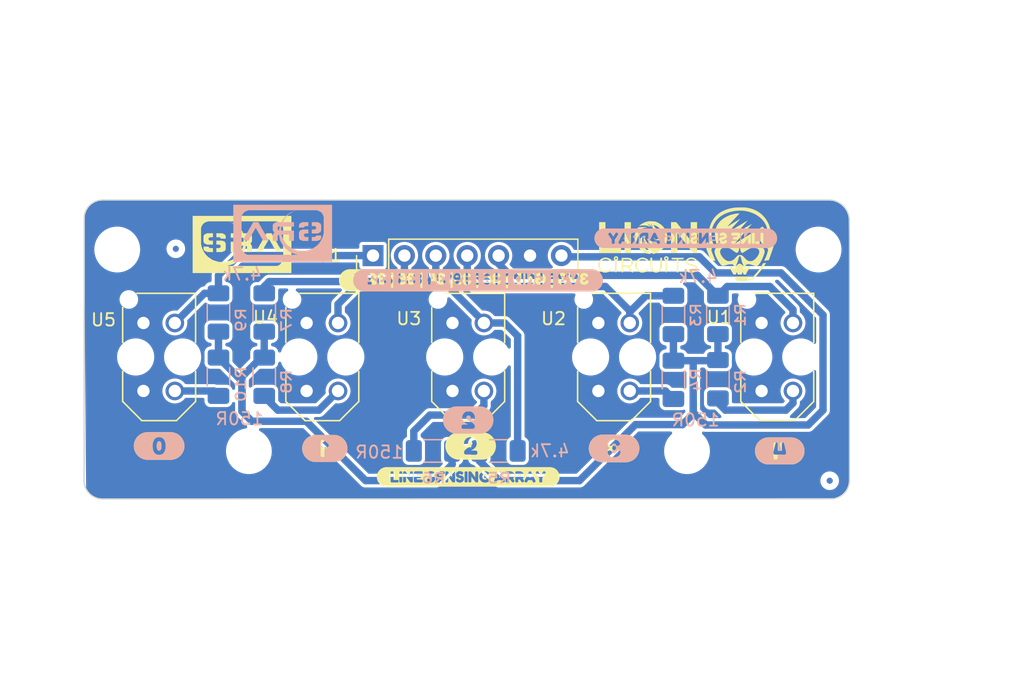
<source format=kicad_pcb>
(kicad_pcb (version 20240108) (generator "pcbnew") (generator_version "8.0")
  (layers (0 "F.Cu" signal) (31 "B.Cu" signal) (34 "B.Paste" user) (35 "F.Paste" user) (36 "B.SilkS" user "B.Silkscreen") (37 "F.SilkS" user "F.Silkscreen") (38 "B.Mask" user) (39 "F.Mask" user) (44 "Edge.Cuts" user))
  (net 0 "")
  (net 1 "/A4_32")
  (net 2 "+3V3")
  (net 3 "Net-(R2-Pad1)")
  (net 4 "Net-(R4-Pad1)")
  (net 5 "Net-(R6-Pad1)")
  (net 6 "Net-(R8-Pad1)")
  (net 7 "Net-(R10-Pad1)")
  (net 8 "/A3_35")
  (net 9 "/A2_34")
  (net 10 "/A1_39")
  (net 11 "/A0_36")
  (net 12 "GND")
  (footprint "MountingHole:MountingHole_3.2mm_M3" (layer "F.Cu") (at 98.46 88.22)
    (property "Reference" "REF**" (hide yes))
    (property "Value" "MountingHole_3.2mm_M3")
    (pad "" np_thru_hole circle (at 0 0) (size 3.2 3.2) (drill 3.2) (layers "*.Cu" "*.Mask"))
  )
  (footprint "kibuzzard-63708D75" (layer "F.Cu") (at 104.6 88)
    (property "Reference" "kibuzzard-63708D75" (hide yes))
    (property "Value" "G***" (hide yes))
  )
  (footprint "kibuzzard-63708D58" (layer "F.Cu") (at 91.2 87.8)
    (property "Reference" "kibuzzard-63708D58" (hide yes))
    (property "Value" "G***" (hide yes))
  )
  (footprint "MountingHole:MountingHole_3.2mm_M3" (layer "F.Cu") (at 144.54 71.91)
    (property "Reference" "REF**" (hide yes))
    (property "Value" "MountingHole_3.2mm_M3")
    (pad "" np_thru_hole circle (at 0 0) (size 3.2 3.2) (drill 3.2) (layers "*.Cu" "*.Mask"))
  )
  (footprint "kibuzzard-672CF9E4" (layer "F.Cu") (at 116.2 90.3)
    (property "Reference" "kibuzzard-672CF9E4" (hide yes))
    (property "Value" "G***" (hide yes))
  )
  (footprint "Connector_PinHeader_2.54mm:PinHeader_1x07_P2.54mm_Vertical" (layer "F.Cu") (at 108.5 72.4 90)
    (property "Reference" "J1" (at 0 -3.4 180) (layer "F.SilkS"))
    (property "Value" "Conn_01x07_Male")
    (pad "1" thru_hole rect (at 0 0 90) (size 1.7 1.7) (drill 1) (layers "*.Cu" "*.Mask") (net 1 "/A4_32"))
    (pad "2" thru_hole oval (at 0 2.54 90) (size 1.7 1.7) (drill 1) (layers "*.Cu" "*.Mask") (net 8 "/A3_35"))
    (pad "3" thru_hole oval (at 0 5.08 90) (size 1.7 1.7) (drill 1) (layers "*.Cu" "*.Mask") (net 9 "/A2_34"))
    (pad "4" thru_hole oval (at 0 7.62 90) (size 1.7 1.7) (drill 1) (layers "*.Cu" "*.Mask") (net 10 "/A1_39"))
    (pad "5" thru_hole oval (at 0 10.16 90) (size 1.7 1.7) (drill 1) (layers "*.Cu" "*.Mask") (net 11 "/A0_36"))
    (pad "6" thru_hole oval (at 0 12.7 90) (size 1.7 1.7) (drill 1) (layers "*.Cu" "*.Mask") (net 12 "GND"))
    (pad "7" thru_hole oval (at 0 15.24 90) (size 1.7 1.7) (drill 1) (layers "*.Cu" "*.Mask") (net 2 "+3V3"))
  )
  (footprint "TCRT5000:OPTO_TCRT5000" (layer "F.Cu") (at 91.2 80.6 -90)
    (property "Reference" "U5" (at -3 4.5 180) (layer "F.SilkS") (effects (font (size 1.004126 1.004126))))
    (property "Value" "TCRT5000")
    (pad "" np_thru_hole circle (at -4.65 2.45 270) (size 1 1) (drill 1) (layers "*.Cu" "*.Mask"))
    (pad "" np_thru_hole circle (at 0 -1.9 270) (size 2.5 2.5) (drill 2.5) (layers "*.Cu" "*.Mask"))
    (pad "" np_thru_hole circle (at 0 1.9 270) (size 2.5 2.5) (drill 2.5) (layers "*.Cu" "*.Mask"))
    (pad "A" thru_hole circle (at 2.75 -1.27 270) (size 1.5 1.5) (drill 1) (layers "*.Cu" "*.Mask") (net 7 "Net-(R10-Pad1)"))
    (pad "CATH" thru_hole circle (at 2.75 1.27 270) (size 1.5 1.5) (drill 1) (layers "*.Cu" "*.Mask") (net 12 "GND"))
    (pad "COLL" thru_hole circle (at -2.75 -1.27 270) (size 1.5 1.5) (drill 1) (layers "*.Cu" "*.Mask") (net 1 "/A4_32"))
    (pad "E" thru_hole circle (at -2.75 1.27 270) (size 1.5 1.5) (drill 1) (layers "*.Cu" "*.Mask") (net 12 "GND"))
  )
  (footprint "TCRT5000:OPTO_TCRT5000" (layer "F.Cu") (at 116.2 80.6 -90)
    (property "Reference" "U3" (at -3.1 4.8 180) (layer "F.SilkS") (effects (font (size 1.004126 1.004126))))
    (property "Value" "TCRT5000")
    (pad "" np_thru_hole circle (at -4.65 2.45 270) (size 1 1) (drill 1) (layers "*.Cu" "*.Mask"))
    (pad "" np_thru_hole circle (at 0 -1.9 270) (size 2.5 2.5) (drill 2.5) (layers "*.Cu" "*.Mask"))
    (pad "" np_thru_hole circle (at 0 1.9 270) (size 2.5 2.5) (drill 2.5) (layers "*.Cu" "*.Mask"))
    (pad "A" thru_hole circle (at 2.75 -1.27 270) (size 1.5 1.5) (drill 1) (layers "*.Cu" "*.Mask") (net 5 "Net-(R6-Pad1)"))
    (pad "CATH" thru_hole circle (at 2.75 1.27 270) (size 1.5 1.5) (drill 1) (layers "*.Cu" "*.Mask") (net 12 "GND"))
    (pad "COLL" thru_hole circle (at -2.75 -1.27 270) (size 1.5 1.5) (drill 1) (layers "*.Cu" "*.Mask") (net 9 "/A2_34"))
    (pad "E" thru_hole circle (at -2.75 1.27 270) (size 1.5 1.5) (drill 1) (layers "*.Cu" "*.Mask") (net 12 "GND"))
  )
  (footprint "Logos:Lions_small" (layer "F.Cu") (at 130.7 71.7)
    (property "Reference" "G***" (hide yes))
    (property "Value" "LOGO" (hide yes))
  )
  (footprint "MountingHole:MountingHole_3.2mm_M3" (layer "F.Cu") (at 133.9 88.22)
    (property "Reference" "REF**" (hide yes))
    (property "Value" "MountingHole_3.2mm_M3")
    (pad "" np_thru_hole circle (at 0 0) (size 3.2 3.2) (drill 3.2) (layers "*.Cu" "*.Mask"))
  )
  (footprint "MountingHole:MountingHole_3.2mm_M3" (layer "F.Cu") (at 87.81 71.91)
    (property "Reference" "REF**" (hide yes))
    (property "Value" "MountingHole_3.2mm_M3")
    (pad "" np_thru_hole circle (at 0 0) (size 3.2 3.2) (drill 3.2) (layers "*.Cu" "*.Mask"))
  )
  (footprint "TCRT5000:OPTO_TCRT5000" (layer "F.Cu") (at 104.4 80.6 -90)
    (property "Reference" "U4" (at -3.2 4.6 180) (layer "F.SilkS") (effects (font (size 1.004126 1.004126))))
    (property "Value" "TCRT5000")
    (pad "" np_thru_hole circle (at -4.65 2.45 270) (size 1 1) (drill 1) (layers "*.Cu" "*.Mask"))
    (pad "" np_thru_hole circle (at 0 -1.9 270) (size 2.5 2.5) (drill 2.5) (layers "*.Cu" "*.Mask"))
    (pad "" np_thru_hole circle (at 0 1.9 270) (size 2.5 2.5) (drill 2.5) (layers "*.Cu" "*.Mask"))
    (pad "A" thru_hole circle (at 2.75 -1.27 270) (size 1.5 1.5) (drill 1) (layers "*.Cu" "*.Mask") (net 6 "Net-(R8-Pad1)"))
    (pad "CATH" thru_hole circle (at 2.75 1.27 270) (size 1.5 1.5) (drill 1) (layers "*.Cu" "*.Mask") (net 12 "GND"))
    (pad "COLL" thru_hole circle (at -2.75 -1.27 270) (size 1.5 1.5) (drill 1) (layers "*.Cu" "*.Mask") (net 8 "/A3_35"))
    (pad "E" thru_hole circle (at -2.75 1.27 270) (size 1.5 1.5) (drill 1) (layers "*.Cu" "*.Mask") (net 12 "GND"))
  )
  (footprint "logos:sra_skull_small" (layer "F.Cu") (at 138.2 71.5)
    (property "Reference" "G***")
    (property "Value" "LOGO" (hide yes))
  )
  (footprint "kibuzzard-63708DAF" (layer "F.Cu") (at 128 88)
    (property "Reference" "kibuzzard-63708DAF" (hide yes))
    (property "Value" "G***" (hide yes))
  )
  (footprint "kibuzzard-63708DBF" (layer "F.Cu") (at 141.4 88.2)
    (property "Reference" "kibuzzard-63708DBF" (hide yes))
    (property "Value" "G***" (hide yes))
  )
  (footprint "kibuzzard-63708D85" (layer "F.Cu") (at 116.4 87.8)
    (property "Reference" "kibuzzard-63708D85" (hide yes))
    (property "Value" "G***" (hide yes))
  )
  (footprint "kibuzzard-63708C00" (layer "F.Cu") (at 116 74.4)
    (property "Reference" "kibuzzard-63708C00" (hide yes))
    (property "Value" "G***" (hide yes))
  )
  (footprint "TCRT5000:OPTO_TCRT5000" (layer "F.Cu") (at 128 80.6 -90)
    (property "Reference" "U2" (at -3.1 4.9 180) (layer "F.SilkS") (effects (font (size 1.004126 1.004126))))
    (property "Value" "TCRT5000")
    (pad "" np_thru_hole circle (at -4.65 2.45 270) (size 1 1) (drill 1) (layers "*.Cu" "*.Mask"))
    (pad "" np_thru_hole circle (at 0 -1.9 270) (size 2.5 2.5) (drill 2.5) (layers "*.Cu" "*.Mask"))
    (pad "" np_thru_hole circle (at 0 1.9 270) (size 2.5 2.5) (drill 2.5) (layers "*.Cu" "*.Mask"))
    (pad "A" thru_hole circle (at 2.75 -1.27 270) (size 1.5 1.5) (drill 1) (layers "*.Cu" "*.Mask") (net 4 "Net-(R4-Pad1)"))
    (pad "CATH" thru_hole circle (at 2.75 1.27 270) (size 1.5 1.5) (drill 1) (layers "*.Cu" "*.Mask") (net 12 "GND"))
    (pad "COLL" thru_hole circle (at -2.75 -1.27 270) (size 1.5 1.5) (drill 1) (layers "*.Cu" "*.Mask") (net 10 "/A1_39"))
    (pad "E" thru_hole circle (at -2.75 1.27 270) (size 1.5 1.5) (drill 1) (layers "*.Cu" "*.Mask") (net 12 "GND"))
  )
  (footprint "TCRT5000:OPTO_TCRT5000" (layer "F.Cu") (at 141.2 80.6 -90)
    (property "Reference" "U1" (at -3.2 4.7 0) (layer "F.SilkS") (effects (font (size 1.004126 1.004126))))
    (property "Value" "TCRT5000")
    (pad "" np_thru_hole circle (at -4.65 2.45 270) (size 1 1) (drill 1) (layers "*.Cu" "*.Mask"))
    (pad "" np_thru_hole circle (at 0 -1.9 270) (size 2.5 2.5) (drill 2.5) (layers "*.Cu" "*.Mask"))
    (pad "" np_thru_hole circle (at 0 1.9 270) (size 2.5 2.5) (drill 2.5) (layers "*.Cu" "*.Mask"))
    (pad "A" thru_hole circle (at 2.75 -1.27 270) (size 1.5 1.5) (drill 1) (layers "*.Cu" "*.Mask") (net 3 "Net-(R2-Pad1)"))
    (pad "CATH" thru_hole circle (at 2.75 1.27 270) (size 1.5 1.5) (drill 1) (layers "*.Cu" "*.Mask") (net 12 "GND"))
    (pad "COLL" thru_hole circle (at -2.75 -1.27 270) (size 1.5 1.5) (drill 1) (layers "*.Cu" "*.Mask") (net 11 "/A0_36"))
    (pad "E" thru_hole circle (at -2.75 1.27 270) (size 1.5 1.5) (drill 1) (layers "*.Cu" "*.Mask") (net 12 "GND"))
  )
  (footprint "logos:sra_logo_small_neg" (layer "F.Cu") (at 97.9 71.5)
    (property "Reference" "G***" (hide yes))
    (property "Value" "LOGO" (hide yes))
  )
  (footprint "kibuzzard-6394EC2D" (layer "B.Cu") (at 117 74.4 180)
    (property "Reference" "kibuzzard-6394EC2D" (hide yes))
    (property "Value" "G***" (hide yes))
  )
  (footprint "Resistor_SMD:R_1206_3216Metric_Pad1.30x1.75mm_HandSolder" (layer "B.Cu") (at 99.7 77 90)
    (property "Reference" "R7" (at -0.6 1.8 90) (layer "B.SilkS") (effects (font (size 0.8 1)) (justify mirror)))
    (property "Value" "4.7k" (at 3.1 -1.8 180) (layer "B.SilkS") (effects (justify mirror)))
    (pad "1" smd roundrect (at -1.55 0 90) (size 1.3 1.75) (layers "B.Cu" "B.Paste" "B.Mask") (roundrect_rratio 0.1923076923) (net 2 "+3V3"))
    (pad "2" smd roundrect (at 1.55 0 90) (size 1.3 1.75) (layers "B.Cu" "B.Paste" "B.Mask") (roundrect_rratio 0.1923076923) (net 8 "/A3_35"))
  )
  (footprint "Resistor_SMD:R_1206_3216Metric_Pad1.30x1.75mm_HandSolder" (layer "B.Cu") (at 136.4 82.4 90)
    (property "Reference" "R2" (at -0.2 1.82 90) (layer "B.SilkS") (effects (font (size 0.8 1)) (justify mirror)))
    (property "Value" "150R" (at -3.3 -1.8 180) (layer "B.SilkS") (effects (justify mirror)))
    (pad "1" smd roundrect (at -1.55 0 90) (size 1.3 1.75) (layers "B.Cu" "B.Paste" "B.Mask") (roundrect_rratio 0.1923076923) (net 3 "Net-(R2-Pad1)"))
    (pad "2" smd roundrect (at 1.55 0 90) (size 1.3 1.75) (layers "B.Cu" "B.Paste" "B.Mask") (roundrect_rratio 0.1923076923) (net 2 "+3V3"))
  )
  (footprint "kibuzzard-63708D58" (layer "B.Cu") (at 91.2 87.8 180)
    (property "Reference" "kibuzzard-63708D58" (hide yes))
    (property "Value" "G***" (hide yes))
  )
  (footprint "Resistor_SMD:R_1206_3216Metric_Pad1.30x1.75mm_HandSolder" (layer "B.Cu") (at 118.65 88.2)
    (property "Reference" "R5" (at 0.05 2.2 0) (layer "B.SilkS") (effects (font (size 0.8 1)) (justify mirror)))
    (property "Value" "4.7k" (at 4.15 0 0) (layer "B.SilkS") (effects (justify mirror)))
    (pad "1" smd roundrect (at -1.55 0) (size 1.3 1.75) (layers "B.Cu" "B.Paste" "B.Mask") (roundrect_rratio 0.1923076923) (net 2 "+3V3"))
    (pad "2" smd roundrect (at 1.55 0) (size 1.3 1.75) (layers "B.Cu" "B.Paste" "B.Mask") (roundrect_rratio 0.1923076923) (net 9 "/A2_34"))
  )
  (footprint "Resistor_SMD:R_1206_3216Metric_Pad1.30x1.75mm_HandSolder" (layer "B.Cu") (at 96 77 90)
    (property "Reference" "R9" (at -0.6 1.82 90) (layer "B.SilkS") (effects (font (size 0.8 1)) (justify mirror)))
    (property "Value" "4.7k")
    (pad "1" smd roundrect (at -1.55 0 90) (size 1.3 1.75) (layers "B.Cu" "B.Paste" "B.Mask") (roundrect_rratio 0.1923076923) (net 2 "+3V3"))
    (pad "2" smd roundrect (at 1.55 0 90) (size 1.3 1.75) (layers "B.Cu" "B.Paste" "B.Mask") (roundrect_rratio 0.1923076923) (net 1 "/A4_32"))
  )
  (footprint "kibuzzard-63708DAF" (layer "B.Cu") (at 128 88 180)
    (property "Reference" "kibuzzard-63708DAF" (hide yes))
    (property "Value" "G***" (hide yes))
  )
  (footprint "kibuzzard-63708D75" (layer "B.Cu") (at 104.6 88 180)
    (property "Reference" "kibuzzard-63708D75" (hide yes))
    (property "Value" "G***" (hide yes))
  )
  (footprint "Fiducial:Fiducial_0.5mm_Mask1.5mm" (layer "B.Cu") (at 145.44 90.61 180)
    (property "Reference" "REF**" (hide yes))
    (property "Value" "Fiducial_0.5mm_Mask1.5mm")
    (pad "" smd circle (at 0 0 180) (size 0.5 0.5) (layers "B.Cu" "B.Mask") (clearance 0.5))
  )
  (footprint "kibuzzard-63708DBF" (layer "B.Cu") (at 141.4 88.2 180)
    (property "Reference" "kibuzzard-63708DBF" (hide yes))
    (property "Value" "G***" (hide yes))
  )
  (footprint "Resistor_SMD:R_1206_3216Metric_Pad1.30x1.75mm_HandSolder" (layer "B.Cu") (at 132.8 82.45 90)
    (property "Reference" "R4" (at 0 1.82 90) (layer "B.SilkS") (effects (font (size 0.8 1)) (justify mirror)))
    (property "Value" "150R")
    (pad "1" smd roundrect (at -1.55 0 90) (size 1.3 1.75) (layers "B.Cu" "B.Paste" "B.Mask") (roundrect_rratio 0.1923076923) (net 4 "Net-(R4-Pad1)"))
    (pad "2" smd roundrect (at 1.55 0 90) (size 1.3 1.75) (layers "B.Cu" "B.Paste" "B.Mask") (roundrect_rratio 0.1923076923) (net 2 "+3V3"))
  )
  (footprint "kibuzzard-63708D85" (layer "B.Cu") (at 116.2 85.7 180)
    (property "Reference" "kibuzzard-63708D85" (hide yes))
    (property "Value" "G***" (hide yes))
  )
  (footprint "Resistor_SMD:R_1206_3216Metric_Pad1.30x1.75mm_HandSolder" (layer "B.Cu") (at 132.8 77.2 90)
    (property "Reference" "R3" (at 0 1.82 90) (layer "B.SilkS") (effects (font (size 0.8 1)) (justify mirror)))
    (property "Value" "4.7k")
    (pad "1" smd roundrect (at -1.55 0 90) (size 1.3 1.75) (layers "B.Cu" "B.Paste" "B.Mask") (roundrect_rratio 0.1923076923) (net 2 "+3V3"))
    (pad "2" smd roundrect (at 1.55 0 90) (size 1.3 1.75) (layers "B.Cu" "B.Paste" "B.Mask") (roundrect_rratio 0.1923076923) (net 10 "/A1_39"))
  )
  (footprint "Resistor_SMD:R_1206_3216Metric_Pad1.30x1.75mm_HandSolder" (layer "B.Cu") (at 136.4 77.2 90)
    (property "Reference" "R1" (at 0 1.82 90) (layer "B.SilkS") (effects (font (size 0.8 1)) (justify mirror)))
    (property "Value" "4.7k" (at 3.1 -1.6 180) (layer "B.SilkS") (effects (justify mirror)))
    (pad "1" smd roundrect (at -1.55 0 90) (size 1.3 1.75) (layers "B.Cu" "B.Paste" "B.Mask") (roundrect_rratio 0.1923076923) (net 2 "+3V3"))
    (pad "2" smd roundrect (at 1.55 0 90) (size 1.3 1.75) (layers "B.Cu" "B.Paste" "B.Mask") (roundrect_rratio 0.1923076923) (net 11 "/A0_36"))
  )
  (footprint "kibuzzard-672CF9E4" (layer "B.Cu") (at 133.8 71 180)
    (property "Reference" "kibuzzard-672CF9E4" (hide yes))
    (property "Value" "G***" (hide yes))
  )
  (footprint "Resistor_SMD:R_1206_3216Metric_Pad1.30x1.75mm_HandSolder" (layer "B.Cu") (at 99.7 82.2 90)
    (property "Reference" "R8" (at -0.4 1.8 90) (layer "B.SilkS") (effects (font (size 0.8 1)) (justify mirror)))
    (property "Value" "150R" (at -3.4 -2 180) (layer "B.SilkS") (effects (justify mirror)))
    (pad "1" smd roundrect (at -1.55 0 90) (size 1.3 1.75) (layers "B.Cu" "B.Paste" "B.Mask") (roundrect_rratio 0.1923076923) (net 6 "Net-(R8-Pad1)"))
    (pad "2" smd roundrect (at 1.55 0 90) (size 1.3 1.75) (layers "B.Cu" "B.Paste" "B.Mask") (roundrect_rratio 0.1923076923) (net 2 "+3V3"))
  )
  (footprint "Resistor_SMD:R_1206_3216Metric_Pad1.30x1.75mm_HandSolder" (layer "B.Cu") (at 113.35 88.2)
    (property "Reference" "R6" (at 0.05 2.2 0) (layer "B.SilkS") (effects (font (size 0.8 1)) (justify mirror)))
    (property "Value" "150R" (at -4.35 0.1 0) (layer "B.SilkS") (effects (justify mirror)))
    (pad "1" smd roundrect (at -1.55 0) (size 1.3 1.75) (layers "B.Cu" "B.Paste" "B.Mask") (roundrect_rratio 0.1923076923) (net 5 "Net-(R6-Pad1)"))
    (pad "2" smd roundrect (at 1.55 0) (size 1.3 1.75) (layers "B.Cu" "B.Paste" "B.Mask") (roundrect_rratio 0.1923076923) (net 2 "+3V3"))
  )
  (footprint "Resistor_SMD:R_1206_3216Metric_Pad1.30x1.75mm_HandSolder" (layer "B.Cu") (at 96 82.2 90)
    (property "Reference" "R10" (at -0.6 1.82 90) (layer "B.SilkS") (effects (font (size 0.8 1)) (justify mirror)))
    (property "Value" "150R")
    (pad "1" smd roundrect (at -1.55 0 90) (size 1.3 1.75) (layers "B.Cu" "B.Paste" "B.Mask") (roundrect_rratio 0.1923076923) (net 7 "Net-(R10-Pad1)"))
    (pad "2" smd roundrect (at 1.55 0 90) (size 1.3 1.75) (layers "B.Cu" "B.Paste" "B.Mask") (roundrect_rratio 0.1923076923) (net 2 "+3V3"))
  )
  (footprint "Fiducial:Fiducial_0.5mm_Mask1.5mm" (layer "B.Cu") (at 92.55 71.85 180)
    (property "Reference" "REF**" (hide yes))
    (property "Value" "Fiducial_0.5mm_Mask1.5mm")
    (pad "" smd circle (at 0 0 180) (size 0.5 0.5) (layers "B.Cu" "B.Mask") (clearance 0.5))
  )
  (footprint "logos:sra_logo_small_neg" (layer "B.Cu") (at 101.2 70.6 180)
    (property "Reference" "G***" (hide yes))
    (property "Value" "LOGO" (hide yes))
  )
  (gr_line (start 147.03934 90.57934) (end 147.03934 70.91066) (stroke (width 0.1)) (layer "Edge.Cuts"))
  (gr_line (start 147.03934 70.91066) (end 147.025 69.40033) (stroke (width 0.1)) (layer "Edge.Cuts"))
  (gr_line (start 86.81 92.09) (end 145.53934 92.07934) (stroke (width 0.1)) (layer "Edge.Cuts"))
  (gr_arc (start 86.625 92.09) (mid 85.56434 91.65066) (end 85.125 90.59) (stroke (width 0.1)) (layer "Edge.Cuts"))
  (gr_line (start 145.36467 67.90033) (end 86.63533 67.89967) (stroke (width 0.1)) (layer "Edge.Cuts"))
  (gr_arc (start 85.13533 69.39967) (mid 85.57467 68.33901) (end 86.63533 67.89967) (stroke (width 0.1)) (layer "Edge.Cuts"))
  (gr_arc (start 147.03934 90.57934) (mid 146.6 91.64) (end 145.53934 92.07934) (stroke (width 0.1)) (layer "Edge.Cuts"))
  (gr_line (start 86.625 92.09) (end 86.81 92.09) (stroke (width 0.1)) (layer "Edge.Cuts"))
  (gr_line (start 85.13533 89.07967) (end 85.125 90.59) (stroke (width 0.1)) (layer "Edge.Cuts"))
  (gr_line (start 85.13533 69.39967) (end 85.13533 89.07967) (stroke (width 0.1)) (layer "Edge.Cuts"))
  (gr_arc (start 145.36467 67.90033) (mid 146.483439 68.330878) (end 147.025 69.40033) (stroke (width 0.1)) (layer "Edge.Cuts"))
  (segment (start 142.525 81.25) (end 142.79 80.985) (width 0.3) (layer "B.Cu") (net 0))
  (segment (start 142.79 80.985) (end 142.455 81.32) (width 0.3) (layer "B.Cu") (net 0))
  (segment (start 108.5 72.4) (end 108.3 72.6) (width 0.6) (layer "F.Cu") (net 1))
  (segment (start 94.87 75.45) (end 92.47 77.85) (width 0.6) (layer "B.Cu") (net 1))
  (segment (start 96 74) (end 96 75.45) (width 0.6) (layer "B.Cu") (net 1))
  (segment (start 97.6 72.4) (end 108.5 72.4) (width 0.6) (layer "B.Cu") (net 1))
  (segment (start 92.47 77.85) (end 92.47 77.43) (width 0.6) (layer "B.Cu") (net 1))
  (segment (start 96 75.45) (end 94.87 75.45) (width 0.6) (layer "B.Cu") (net 1))
  (segment (start 97.6 72.4) (end 96 74) (width 0.6) (layer "B.Cu") (net 1))
  (segment (start 117.1 88.2) (end 117.1 89) (width 0.6) (layer "B.Cu") (net 2))
  (segment (start 99.7 78.55) (end 99.7 80.65) (width 0.6) (layer "B.Cu") (net 2))
  (segment (start 134.4 84.3) (end 134.4 81) (width 0.6) (layer "B.Cu") (net 2))
  (segment (start 123.74 72.4) (end 123.815 72.475) (width 0.6) (layer "B.Cu") (net 2))
  (segment (start 134.4 81) (end 134.5 80.9) (width 0.6) (layer "B.Cu") (net 2))
  (segment (start 114.9 89.3) (end 114.9 88.2) (width 0.6) (layer "B.Cu") (net 2))
  (segment (start 144.900001 77.200001) (end 144.900001 84.899999) (width 0.6) (layer "B.Cu") (net 2))
  (segment (start 123.74 72.4) (end 123.84 72.5) (width 0.6) (layer "B.Cu") (net 2))
  (segment (start 134.4 85.08566) (end 134.4 84.3) (width 0.6) (layer "B.Cu") (net 2))
  (segment (start 129.730001 86.069999) (end 133.530001 86.069999) (width 0.6) (layer "B.Cu") (net 2))
  (segment (start 118.7 90.6) (end 125.2 90.6) (width 0.6) (layer "B.Cu") (net 2))
  (segment (start 134.9 72.5) (end 136.2 73.8) (width 0.6) (layer "B.Cu") (net 2))
  (segment (start 124.14 72) (end 123.74 72.4) (width 0.6) (layer "B.Cu") (net 2))
  (segment (start 117.1 89) (end 118.7 90.6) (width 0.6) (layer "B.Cu") (net 2))
  (segment (start 114.9 88.2) (end 117.1 88.2) (width 0.6) (layer "B.Cu") (net 2))
  (segment (start 97.9 85) (end 97.9 82.55) (width 0.6) (layer "B.Cu") (net 2))
  (segment (start 141.5 73.8) (end 144.900001 77.200001) (width 0.6) (layer "B.Cu") (net 2))
  (segment (start 132.8 78.75) (end 132.8 80.9) (width 0.6) (layer "B.Cu") (net 2))
  (segment (start 123.84 72.5) (end 134.9 72.5) (width 0.6) (layer "B.Cu") (net 2))
  (segment (start 143.7 86.1) (end 135.41434 86.1) (width 0.6) (layer "B.Cu") (net 2))
  (segment (start 99.7 80.65) (end 99.45 80.65) (width 0.6) (layer "B.Cu") (net 2))
  (segment (start 125.2 90.6) (end 129.730001 86.069999) (width 0.6) (layer "B.Cu") (net 2))
  (segment (start 97.9 82.55) (end 96 80.65) (width 0.6) (layer "B.Cu") (net 2))
  (segment (start 113.6 90.6) (end 107.9 90.6) (width 0.6) (layer "B.Cu") (net 2))
  (segment (start 107.9 90.6) (end 103.1 85.8) (width 0.6) (layer "B.Cu") (net 2))
  (segment (start 99.45 80.65) (end 97.9 82.2) (width 0.6) (layer "B.Cu") (net 2))
  (segment (start 97.9 82.2) (end 97.9 84.9) (width 0.6) (layer "B.Cu") (net 2))
  (segment (start 98.7 85.8) (end 97.9 85) (width 0.6) (layer "B.Cu") (net 2))
  (segment (start 96 78.55) (end 96 80.65) (width 0.6) (layer "B.Cu") (net 2))
  (segment (start 133.530001 86.069999) (end 134.4 85.2) (width 0.6) (layer "B.Cu") (net 2))
  (segment (start 136.4 80.85) (end 136.35 80.9) (width 0.6) (layer "B.Cu") (net 2))
  (segment (start 132.8 80.9) (end 134.5 80.9) (width 0.6) (layer "B.Cu") (net 2))
  (segment (start 136.4 80.85) (end 136.4 78.75) (width 0.6) (layer "B.Cu") (net 2))
  (segment (start 144.900001 84.899999) (end 143.7 86.1) (width 0.6) (layer "B.Cu") (net 2))
  (segment (start 134.4 85.2) (end 134.4 84.3) (width 0.6) (layer "B.Cu") (net 2))
  (segment (start 135.41434 86.1) (end 134.4 85.08566) (width 0.6) (layer "B.Cu") (net 2))
  (segment (start 103.1 85.8) (end 98.7 85.8) (width 0.6) (layer "B.Cu") (net 2))
  (segment (start 136.2 73.8) (end 141.5 73.8) (width 0.6) (layer "B.Cu") (net 2))
  (segment (start 136.35 80.9) (end 134.5 80.9) (width 0.6) (layer "B.Cu") (net 2))
  (segment (start 113.6 90.6) (end 114.9 89.3) (width 0.6) (layer "B.Cu") (net 2))
  (segment (start 136.4 83.95) (end 136.4 84.3) (width 0.6) (layer "B.Cu") (net 3))
  (segment (start 137 84.9) (end 141.9 84.9) (width 0.6) (layer "B.Cu") (net 3))
  (segment (start 141.9 84.9) (end 142.47 84.33) (width 0.6) (layer "B.Cu") (net 3))
  (segment (start 136.4 84.3) (end 137 84.9) (width 0.6) (layer "B.Cu") (net 3))
  (segment (start 142.47 84.33) (end 142.47 83.35) (width 0.6) (layer "B.Cu") (net 3))
  (segment (start 129.27 83.35) (end 132.15 83.35) (width 0.6) (layer "B.Cu") (net 4))
  (segment (start 132.15 83.35) (end 132.8 84) (width 0.6) (layer "B.Cu") (net 4))
  (segment (start 116.7 85.3) (end 117.47 84.53) (width 0.6) (layer "B.Cu") (net 5))
  (segment (start 111.9 88.3) (end 111.8 88.2) (width 0.6) (layer "B.Cu") (net 5))
  (segment (start 117.47 84.53) (end 117.47 83.35) (width 0.6) (layer "B.Cu") (net 5))
  (segment (start 111.8 88.2) (end 111.8 86.6) (width 0.6) (layer "B.Cu") (net 5))
  (segment (start 113.1 85.3) (end 116.7 85.3) (width 0.6) (layer "B.Cu") (net 5))
  (segment (start 111.8 86.6) (end 113.1 85.3) (width 0.6) (layer "B.Cu") (net 5))
  (segment (start 99.7 83.75) (end 99.7 83.8) (width 0.6) (layer "B.Cu") (net 6))
  (segment (start 99.7 83.8) (end 100.8 84.9) (width 0.6) (layer "B.Cu") (net 6))
  (segment (start 100.8 84.9) (end 104.12 84.9) (width 0.6) (layer "B.Cu") (net 6))
  (segment (start 104.12 84.9) (end 105.67 83.35) (width 0.6) (layer "B.Cu") (net 6))
  (segment (start 92.47 83.35) (end 95.6 83.35) (width 0.6) (layer "B.Cu") (net 7))
  (segment (start 95.6 83.35) (end 96 83.75) (width 0.6) (layer "B.Cu") (net 7))
  (segment (start 111.04 72.4) (end 111.115 72.475) (width 0.6) (layer "F.Cu") (net 8))
  (segment (start 99.7 74.9) (end 100.1 74.5) (width 0.6) (layer "B.Cu") (net 8))
  (segment (start 110.4 74.5) (end 111.04 73.86) (width 0.6) (layer "B.Cu") (net 8))
  (segment (start 105.67 77.85) (end 105.67 76.33) (width 0.6) (layer "B.Cu") (net 8))
  (segment (start 105.67 76.33) (end 107.5 74.5) (width 0.6) (layer "B.Cu") (net 8))
  (segment (start 99.7 75.45) (end 99.7 74.9) (width 0.6) (layer "B.Cu") (net 8))
  (segment (start 107.5 74.5) (end 110.4 74.5) (width 0.6) (layer "B.Cu") (net 8))
  (segment (start 111.04 73.86) (end 111.04 72.4) (width 0.6) (layer "B.Cu") (net 8))
  (segment (start 100.1 74.5) (end 107.5 74.5) (width 0.6) (layer "B.Cu") (net 8))
  (segment (start 113.58 73.88) (end 117.47 77.77) (width 0.6) (layer "B.Cu") (net 9))
  (segment (start 120.2 78.9) (end 120.2 88.2) (width 0.6) (layer "B.Cu") (net 9))
  (segment (start 113.58 72.4) (end 113.58 73.88) (width 0.6) (layer "B.Cu") (net 9))
  (segment (start 119.15 77.85) (end 120.2 78.9) (width 0.6) (layer "B.Cu") (net 9))
  (segment (start 117.47 77.77) (end 117.47 77.85) (width 0.6) (layer "B.Cu") (net 9))
  (segment (start 117.47 77.85) (end 119.15 77.85) (width 0.6) (layer "B.Cu") (net 9))
  (segment (start 130.575 75.65) (end 132.8 75.65) (width 0.6) (layer "B.Cu") (net 10))
  (segment (start 129.27 77.85) (end 129.27 76.955) (width 0.6) (layer "B.Cu") (net 10))
  (segment (start 129.27 76.955) (end 130.575 75.65) (width 0.6) (layer "B.Cu") (net 10))
  (segment (start 116.12 74.32) (end 116.12 72.4) (width 0.6) (layer "B.Cu") (net 10))
  (segment (start 116.699999 74.899999) (end 116.12 74.32) (width 0.6) (layer "B.Cu") (net 10))
  (segment (start 129.27 77.85) (end 129.27 76.87) (width 0.6) (layer "B.Cu") (net 10))
  (segment (start 127.299999 74.899999) (end 116.699999 74.899999) (width 0.6) (layer "B.Cu") (net 10))
  (segment (start 129.27 76.87) (end 127.299999 74.899999) (width 0.6) (layer "B.Cu") (net 10))
  (segment (start 118.66 72.4) (end 118.66 72.46) (width 0.6) (layer "F.Cu") (net 11))
  (segment (start 137.15 74.9) (end 136.4 75.65) (width 0.6) (layer "B.Cu") (net 11))
  (segment (start 142.47 77.85) (end 142.47 76.77) (width 0.6) (layer "B.Cu") (net 11))
  (segment (start 140.6 74.9) (end 137.15 74.9) (width 0.6) (layer "B.Cu") (net 11))
  (segment (start 136.4 75.65) (end 134.75 74) (width 0.6) (layer "B.Cu") (net 11))
  (segment (start 118.66 73.06) (end 118.66 72.4) (width 0.6) (layer "B.Cu") (net 11))
  (segment (start 119.6 74) (end 118.66 73.06) (width 0.6) (layer "B.Cu") (net 11))
  (segment (start 142.47 76.77) (end 140.6 74.9) (width 0.6) (layer "B.Cu") (net 11))
  (segment (start 134.75 74) (end 119.6 74) (width 0.6) (layer "B.Cu") (net 11))
  (segment (start 102.73 83.75) (end 103.13 83.35) (width 0.6) (layer "B.Cu") (net 12))
  (zone (net 12) (net_name "GND") (layer "B.Cu") (connect_pads yes (clearance 0.254)) (min_thickness 0.254) (fill yes (thermal_gap 0.508) (thermal_bridge_width 0.508))
    (polygon (pts (xy 147.01999 92.069608) (xy 85.300556 92.100015) (xy 85.1 67.9) (xy 147.075 67.9)))
  )
)
</source>
